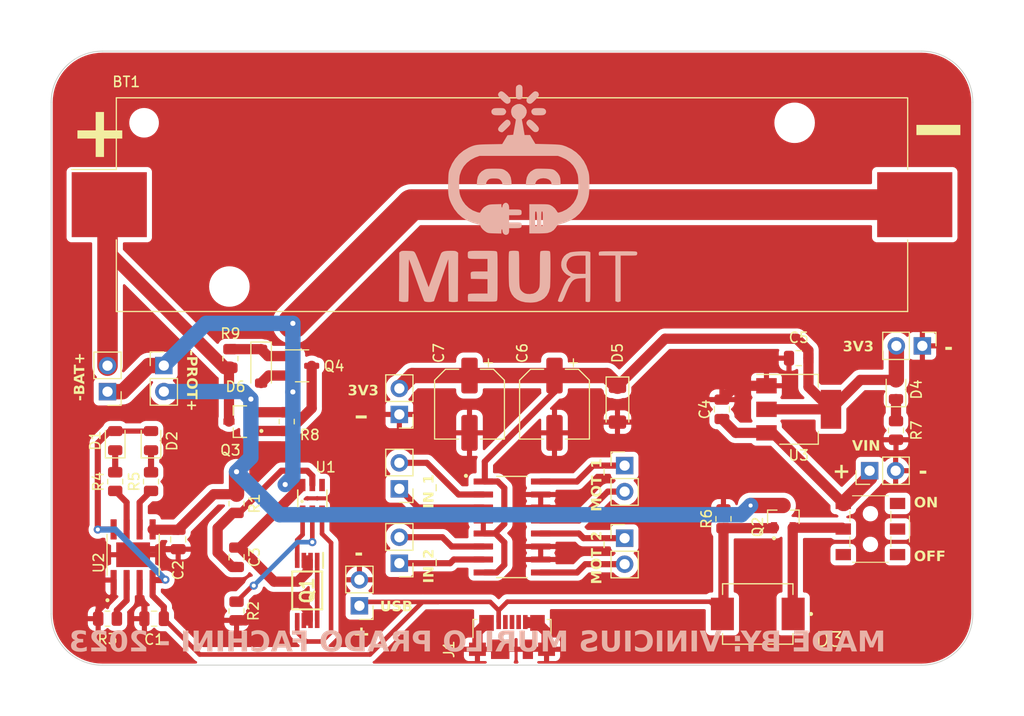
<source format=kicad_pcb>
(kicad_pcb (version 20221018) (generator pcbnew)
  (layers (0 "F.Cu" signal) (31 "B.Cu" signal) (34 "B.Paste" user) (35 "F.Paste" user) (36 "B.SilkS" user "B.Silkscreen") (37 "F.SilkS" user "F.Silkscreen") (38 "B.Mask" user) (39 "F.Mask" user) (44 "Edge.Cuts" user))
  (net 0 "")
  (net 1 "+BATT")
  (net 2 "-BATT")
  (net 3 "VBUS")
  (net 4 "GND")
  (net 5 "Net-(U1-VCC)")
  (net 6 "/Power/Vin")
  (net 7 "+3V3")
  (net 8 "Net-(D1-K)")
  (net 9 "Net-(D2-K)")
  (net 10 "Net-(D4-K)")
  (net 11 "Net-(SW1-B)")
  (net 15 "/Motores/OUT_A1")
  (net 16 "/Motores/OUT_B1")
  (net 17 "/Motores/IN_B1")
  (net 18 "/Motores/IN_A1")
  (net 19 "/Motores/OUT_A2")
  (net 20 "/Motores/OUT_B2")
  (net 21 "/Motores/IN_B2")
  (net 22 "/Motores/IN_A2")
  (net 23 "Net-(Q1-D12_1)")
  (net 24 "Net-(Q1-G1)")
  (net 25 "Net-(Q1-G2)")
  (net 26 "Net-(U1-CS)")
  (net 27 "Net-(U2-PROG)")
  (net 28 "Net-(U2-~{CHRG})")
  (net 29 "Net-(U2-~{STDBY})")
  (net 32 "Net-(BT1-+)")
  (net 33 "Net-(D6-K)")
  (net 34 "Net-(Q4-C)")
  (footprint "LED_SMD:LED_0805_2012Metric" (layer "F.Cu") (at 217.5 93.0625 90)
    (fp_text reference "D4" (at 0 2 90) (layer "F.SilkS"))
    (fp_text value "LED RED")
    (pad "1" smd roundrect (at -0.9375 0 90) (size 0.975 1.4) (layers "F.Cu" "F.Paste" "F.Mask") (net 10 "Net-(D4-K)"))
    (pad "2" smd roundrect (at 0.9375 0 90) (size 0.975 1.4) (layers "F.Cu" "F.Paste" "F.Mask") (net 7 "+3V3"))
  )
  (footprint "Connector_PinHeader_2.54mm:PinHeader_1x02_P2.54mm_Vertical" (layer "F.Cu") (at 169 95.5 180)
    (fp_text reference "J2" hide)
    (fp_text value "Conn_01x02")
    (pad "1" thru_hole rect (at 0 0 180) (size 1.7 1.7) (drill 1) (layers "*.Cu" "*.Mask") (net 4 "GND"))
    (pad "2" thru_hole oval (at 0 2.54 180) (size 1.7 1.7) (drill 1) (layers "*.Cu" "*.Mask") (net 7 "+3V3"))
  )
  (footprint "Footprint_lib_user:DW01A" (layer "F.Cu") (at 160.5 103.7)
    (fp_text reference "U1" (at 1.3 -3.05) (layer "F.SilkS"))
    (fp_text value "DW01A")
    (pad "1" smd rect (at -0.95 1.3) (size 0.55 1.2) (layers "F.Cu" "F.Paste" "F.Mask") (net 24 "Net-(Q1-G1)"))
    (pad "2" smd rect (at 0 1.3) (size 0.55 1.2) (layers "F.Cu" "F.Paste" "F.Mask") (net 26 "Net-(U1-CS)"))
    (pad "3" smd rect (at 0.95 1.3) (size 0.55 1.2) (layers "F.Cu" "F.Paste" "F.Mask") (net 25 "Net-(Q1-G2)"))
    (pad "4" smd rect (at 0.95 -1.3) (size 0.55 1.2) (layers "F.Cu" "F.Paste" "F.Mask"))
    (pad "5" smd rect (at 0 -1.3) (size 0.55 1.2) (layers "F.Cu" "F.Paste" "F.Mask") (net 5 "Net-(U1-VCC)"))
    (pad "6" smd rect (at -0.95 -1.3) (size 0.55 1.2) (layers "F.Cu" "F.Paste" "F.Mask") (net 2 "-BATT"))
  )
  (footprint "Resistor_SMD:R_0805_2012Metric" (layer "F.Cu") (at 153.1 104.21 -90)
    (fp_text reference "R1" (at 0 -1.75 90) (layer "F.SilkS"))
    (fp_text value "100")
    (pad "1" smd roundrect (at -0.9125 0 270) (size 1.025 1.4) (layers "F.Cu" "F.Paste" "F.Mask") (roundrect_rratio 0.243902439) (net 1 "+BATT"))
    (pad "2" smd roundrect (at 0.9125 0 270) (size 1.025 1.4) (layers "F.Cu" "F.Paste" "F.Mask") (roundrect_rratio 0.243902439) (net 5 "Net-(U1-VCC)"))
  )
  (footprint "Resistor_SMD:R_0805_2012Metric" (layer "F.Cu") (at 140.5 115.46)
    (fp_text reference "R3" (at 0 2) (layer "F.SilkS"))
    (fp_text value "1.2K")
    (pad "1" smd roundrect (at -0.9125 0) (size 1.025 1.4) (layers "F.Cu" "F.Paste" "F.Mask") (roundrect_rratio 0.243902439) (net 4 "GND"))
    (pad "2" smd roundrect (at 0.9125 0) (size 1.025 1.4) (layers "F.Cu" "F.Paste" "F.Mask") (roundrect_rratio 0.243902439) (net 27 "Net-(U2-PROG)"))
  )
  (footprint "Capacitor_SMD:C_0805_2012Metric" (layer "F.Cu") (at 147.4 107.72 -90)
    (fp_text reference "C2" (at 3 0 90) (layer "F.SilkS"))
    (fp_text value "10uF")
    (pad "1" smd roundrect (at -0.95 0 270) (size 1 1.45) (layers "F.Cu" "F.Paste" "F.Mask") (net 1 "+BATT"))
    (pad "2" smd roundrect (at 0.95 0 270) (size 1 1.45) (layers "F.Cu" "F.Paste" "F.Mask") (net 4 "GND"))
  )
  (footprint "Connector_PinHeader_2.54mm:PinHeader_1x02_P2.54mm_Vertical" (layer "F.Cu") (at 165.1 114.2 180)
    (fp_text reference "J7" hide)
    (fp_text value "PT_USB")
    (pad "1" thru_hole rect (at 0 0 180) (size 1.7 1.7) (drill 1) (layers "*.Cu" "*.Mask") (net 3 "VBUS"))
    (pad "2" thru_hole oval (at 0 2.54 180) (size 1.7 1.7) (drill 1) (layers "*.Cu" "*.Mask") (net 4 "GND"))
  )
  (footprint "Resistor_SMD:R_0805_2012Metric" (layer "F.Cu") (at 217.5 97.0625 -90)
    (fp_text reference "R7" (at 0 -2 90) (layer "F.SilkS"))
    (fp_text value "1K")
    (pad "1" smd roundrect (at -0.9125 0 270) (size 1.025 1.4) (layers "F.Cu" "F.Paste" "F.Mask") (roundrect_rratio 0.243902439) (net 10 "Net-(D4-K)"))
    (pad "2" smd roundrect (at 0.9125 0 270) (size 1.025 1.4) (layers "F.Cu" "F.Paste" "F.Mask") (roundrect_rratio 0.243902439) (net 4 "GND"))
  )
  (footprint "Diode_SMD:D_SOD-123" (layer "F.Cu") (at 155.5 90.785 -90)
    (fp_text reference "D6" (at 2 2.5 -180) (layer "F.SilkS"))
    (fp_text value "1N4148W")
    (pad "1" smd roundrect (at -1.65 0 270) (size 0.9 1.2) (layers "F.Cu" "F.Paste" "F.Mask") (net 33 "Net-(D6-K)"))
    (pad "2" smd roundrect (at 1.65 0 270) (size 0.9 1.2) (layers "F.Cu" "F.Paste" "F.Mask") (net 2 "-BATT"))
  )
  (footprint "Resistor_SMD:R_0805_2012Metric" (layer "F.Cu") (at 144.75 102.0625 90)
    (fp_text reference "R5" (at 0 -1.65 90) (layer "F.SilkS"))
    (fp_text value "1K")
    (pad "1" smd roundrect (at -0.9125 0 90) (size 1.025 1.4) (layers "F.Cu" "F.Paste" "F.Mask") (roundrect_rratio 0.243902439) (net 29 "Net-(U2-~{STDBY})"))
    (pad "2" smd roundrect (at 0.9125 0 90) (size 1.025 1.4) (layers "F.Cu" "F.Paste" "F.Mask") (roundrect_rratio 0.243902439) (net 9 "Net-(D2-K)"))
  )
  (footprint "Connector_PinHeader_2.54mm:PinHeader_1x02_P2.54mm_Vertical" (layer "F.Cu") (at 191 100.5)
    (fp_text reference "J3" hide)
    (fp_text value "MOT_1")
    (pad "1" thru_hole rect (at 0 0) (size 1.7 1.7) (drill 1) (layers "*.Cu" "*.Mask") (net 15 "/Motores/OUT_A1"))
    (pad "2" thru_hole oval (at 0 2.54) (size 1.7 1.7) (drill 1) (layers "*.Cu" "*.Mask") (net 16 "/Motores/OUT_B1"))
  )
  (footprint "Resistor_SMD:R_0805_2012Metric" (layer "F.Cu") (at 153.1 114.71 -90)
    (fp_text reference "R2" (at 0 -1.65 90) (layer "F.SilkS"))
    (fp_text value "1K")
    (pad "1" smd roundrect (at -0.9125 0 270) (size 1.025 1.4) (layers "F.Cu" "F.Paste" "F.Mask") (roundrect_rratio 0.243902439) (net 26 "Net-(U1-CS)"))
    (pad "2" smd roundrect (at 0.9125 0 270) (size 1.025 1.4) (layers "F.Cu" "F.Paste" "F.Mask") (roundrect_rratio 0.243902439) (net 4 "GND"))
  )
  (footprint "LED_SMD:LED_0805_2012Metric" (layer "F.Cu") (at 144.75 98.0625 90)
    (fp_text reference "D2" (at -0.0375 2.05 90) (layer "F.SilkS"))
    (fp_text value "LED GREEN")
    (pad "1" smd roundrect (at -0.9375 0 90) (size 0.975 1.4) (layers "F.Cu" "F.Paste" "F.Mask") (net 9 "Net-(D2-K)"))
    (pad "2" smd roundrect (at 0.9375 0 90) (size 0.975 1.4) (layers "F.Cu" "F.Paste" "F.Mask") (net 3 "VBUS"))
  )
  (footprint "Diode_SMD:D_MiniMELF" (layer "F.Cu") (at 190.3 94.5 -90)
    (fp_text reference "D5" (at -5 0 90) (layer "F.SilkS"))
    (fp_text value "BZV55B5V1")
    (pad "1" smd roundrect (at -1.75 0 270) (size 1.3 1.7) (layers "F.Cu" "F.Paste" "F.Mask") (roundrect_rratio 0.1923076923) (net 7 "+3V3"))
    (pad "2" smd roundrect (at 1.75 0 270) (size 1.3 1.7) (layers "F.Cu" "F.Paste" "F.Mask") (roundrect_rratio 0.1923076923) (net 4 "GND"))
  )
  (footprint "Capacitor_SMD:C_0805_2012Metric" (layer "F.Cu") (at 153.1 109.46 90)
    (fp_text reference "C3" (at 0 1.75 90) (layer "F.SilkS"))
    (fp_text value "100nF")
    (pad "1" smd roundrect (at -0.95 0 90) (size 1 1.45) (layers "F.Cu" "F.Paste" "F.Mask") (net 5 "Net-(U1-VCC)"))
    (pad "2" smd roundrect (at 0.95 0 90) (size 1 1.45) (layers "F.Cu" "F.Paste" "F.Mask") (net 2 "-BATT"))
  )
  (footprint "Connector_PinHeader_2.54mm:PinHeader_1x02_P2.54mm_Vertical" (layer "F.Cu") (at 169 110.04 180)
    (fp_text reference "J6" hide)
    (fp_text value "H2")
    (pad "1" thru_hole rect (at 0 0 180) (size 1.7 1.7) (drill 1) (layers "*.Cu" "*.Mask") (net 21 "/Motores/IN_B2"))
    (pad "2" thru_hole oval (at 0 2.54 180) (size 1.7 1.7) (drill 1) (layers "*.Cu" "*.Mask") (net 22 "/Motores/IN_A2"))
  )
  (footprint "Connector_PinHeader_2.54mm:PinHeader_1x02_P2.54mm_Vertical" (layer "F.Cu") (at 169 102.77 180)
    (fp_text reference "J4" hide)
    (fp_text value "H1")
    (pad "1" thru_hole rect (at 0 0 180) (size 1.7 1.7) (drill 1) (layers "*.Cu" "*.Mask") (net 17 "/Motores/IN_B1"))
    (pad "2" thru_hole oval (at 0 2.54 180) (size 1.7 1.7) (drill 1) (layers "*.Cu" "*.Mask") (net 18 "/Motores/IN_A1"))
  )
  (footprint "Resistor_SMD:R_0805_2012Metric" (layer "F.Cu") (at 158 96.2 -90)
    (fp_text reference "R8" (at 1.3 -2.25 -180) (layer "F.SilkS"))
    (fp_text value "10K")
    (pad "1" smd roundrect (at -0.9125 0 270) (size 1.025 1.4) (layers "F.Cu" "F.Paste" "F.Mask") (roundrect_rratio 0.243902439) (net 1 "+BATT"))
    (pad "2" smd roundrect (at 0.9125 0 270) (size 1.025 1.4) (layers "F.Cu" "F.Paste" "F.Mask") (roundrect_rratio 0.243902439) (net 34 "Net-(Q4-C)"))
  )
  (footprint "Footprint_lib_user:DMP1045U" (layer "F.Cu") (at 206.5 105.5 90)
    (fp_text reference "Q2" (at -1 -2.5 90) (layer "F.SilkS"))
    (fp_text value "DMP1045U")
    (pad "1" smd roundrect (at -1.07 -0.915 90) (size 1.09 0.61) (layers "F.Cu" "F.Paste" "F.Mask") (roundrect_rratio 0.08) (net 3 "VBUS"))
    (pad "2" smd roundrect (at -1.07 0.915 90) (size 1.09 0.61) (layers "F.Cu" "F.Paste" "F.Mask") (roundrect_rratio 0.08) (net 11 "Net-(SW1-B)"))
    (pad "3" smd roundrect (at 1.07 0 90) (size 1.09 0.61) (layers "F.Cu" "F.Paste" "F.Mask") (roundrect_rratio 0.08) (net 1 "+BATT"))
  )
  (footprint "Connector_USB:USB_Micro-B_Molex_47346-0001" (layer "F.Cu") (at 180 117.25)
    (fp_text reference "J1" (at -6.15 1.2 90) (layer "F.SilkS"))
    (fp_text value "USB_B_Micro")
    (pad "1" smd rect (at -1.3 -1.46) (size 0.45 1.38) (layers "F.Cu" "F.Paste" "F.Mask") (net 3 "VBUS"))
    (pad "2" smd rect (at -0.65 -1.46) (size 0.45 1.38) (layers "F.Cu" "F.Paste" "F.Mask"))
    (pad "3" smd rect (at 0 -1.46) (size 0.45 1.38) (layers "F.Cu" "F.Paste" "F.Mask"))
    (pad "4" smd rect (at 0.65 -1.46) (size 0.45 1.38) (layers "F.Cu" "F.Paste" "F.Mask"))
    (pad "5" smd rect (at 1.3 -1.46) (size 0.45 1.38) (layers "F.Cu" "F.Paste" "F.Mask") (net 4 "GND"))
    (pad "6" smd rect (at -3.375 1.2) (size 1.65 1.3) (layers "F.Cu" "F.Paste" "F.Mask") (net 4 "GND"))
    (pad "6" smd rect (at -2.4875 -1.375) (size 1.425 1.55) (layers "F.Cu" "F.Paste" "F.Mask") (net 4 "GND"))
    (pad "6" smd rect (at -1.15 1.2) (size 1.8 1.9) (layers "F.Cu" "F.Paste" "F.Mask") (net 4 "GND"))
    (pad "6" smd rect (at 1.55 1.2) (size 1 1.9) (layers "F.Cu" "F.Paste" "F.Mask") (net 4 "GND"))
    (pad "6" smd rect (at 2.4875 -1.375) (size 1.425 1.55) (layers "F.Cu" "F.Paste" "F.Mask") (net 4 "GND"))
    (pad "6" smd rect (at 3.375 1.2) (size 1.65 1.3) (layers "F.Cu" "F.Paste" "F.Mask") (net 4 "GND"))
  )
  (footprint "Capacitor_SMD:CP_Elec_6.3x5.9" (layer "F.Cu") (at 175.85 94.5 -90)
    (fp_text reference "C7" (at -5 3 90) (layer "F.SilkS"))
    (fp_text value "C_Pol")
    (pad "1" smd roundrect (at -2.8 0 270) (size 3.5 1.6) (layers "F.Cu" "F.Paste" "F.Mask") (roundrect_rratio 0.15625) (net 7 "+3V3"))
    (pad "2" smd roundrect (at 2.8 0 270) (size 3.5 1.6) (layers "F.Cu" "F.Paste" "F.Mask") (roundrect_rratio 0.15625) (net 4 "GND"))
  )
  (footprint "Footprint_lib_user:MX1508" (layer "F.Cu") (at 180 106.5)
    (fp_text reference "U4" hide)
    (fp_text value "MX1508")
    (pad "1" smd roundrect (at -2.8 -4.445) (size 1.9 0.59) (layers "F.Cu" "F.Paste" "F.Mask") (roundrect_rratio 0.07) (net 7 "+3V3"))
    (pad "2" smd roundrect (at -2.8 -3.175) (size 1.9 0.59) (layers "F.Cu" "F.Paste" "F.Mask") (roundrect_rratio 0.07) (net 18 "/Motores/IN_A1"))
    (pad "3" smd roundrect (at -2.8 -1.905) (size 1.9 0.59) (layers "F.Cu" "F.Paste" "F.Mask") (roundrect_rratio 0.07) (net 17 "/Motores/IN_B1"))
    (pad "4" smd roundrect (at -2.8 -0.635) (size 1.9 0.59) (layers "F.Cu" "F.Paste" "F.Mask") (roundrect_rratio 0.07) (net 7 "+3V3"))
    (pad "5" smd roundrect (at -2.8 0.635) (size 1.9 0.59) (layers "F.Cu" "F.Paste" "F.Mask") (roundrect_rratio 0.07) (net 7 "+3V3"))
    (pad "6" smd roundrect (at -2.8 1.905) (size 1.9 0.59) (layers "F.Cu" "F.Paste" "F.Mask") (roundrect_rratio 0.07) (net 22 "/Motores/IN_A2"))
    (pad "7" smd roundrect (at -2.8 3.175) (size 1.9 0.59) (layers "F.Cu" "F.Paste" "F.Mask") (roundrect_rratio 0.07) (net 21 "/Motores/IN_B2"))
    (pad "8" smd roundrect (at -2.8 4.445) (size 1.9 0.59) (layers "F.Cu" "F.Paste" "F.Mask") (roundrect_rratio 0.07) (net 7 "+3V3"))
    (pad "9" smd roundrect (at 2.8 4.445) (size 1.9 0.59) (layers "F.Cu" "F.Paste" "F.Mask") (roundrect_rratio 0.07) (net 20 "/Motores/OUT_B2"))
    (pad "10" smd roundrect (at 2.8 3.175) (size 1.9 0.59) (layers "F.Cu" "F.Paste" "F.Mask") (roundrect_rratio 0.07) (net 4 "GND"))
    (pad "11" smd roundrect (at 2.8 1.905) (size 1.9 0.59) (layers "F.Cu" "F.Paste" "F.Mask") (roundrect_rratio 0.07) (net 4 "GND"))
    (pad "12" smd roundrect (at 2.8 0.635) (size 1.9 0.59) (layers "F.Cu" "F.Paste" "F.Mask") (roundrect_rratio 0.07) (net 19 "/Motores/OUT_A2"))
    (pad "13" smd roundrect (at 2.8 -0.635) (size 1.9 0.59) (layers "F.Cu" "F.Paste" "F.Mask") (roundrect_rratio 0.07) (net 16 "/Motores/OUT_B1"))
    (pad "14" smd roundrect (at 2.8 -1.905) (size 1.9 0.59) (layers "F.Cu" "F.Paste" "F.Mask") (roundrect_rratio 0.07) (net 4 "GND"))
    (pad "15" smd roundrect (at 2.8 -3.175) (size 1.9 0.59) (layers "F.Cu" "F.Paste" "F.Mask") (roundrect_rratio 0.07) (net 4 "GND"))
    (pad "16" smd roundrect (at 2.8 -4.445) (size 1.9 0.59) (layers "F.Cu" "F.Paste" "F.Mask") (roundrect_rratio 0.07) (net 15 "/Motores/OUT_A1"))
  )
  (footprint "Capacitor_SMD:C_0805_2012Metric" (layer "F.Cu") (at 200.5 95 90)
    (fp_text reference "C4" (at 0 -1.68 90) (layer "F.SilkS"))
    (fp_text value "10uF")
    (pad "1" smd roundrect (at -0.95 0 90) (size 1 1.45) (layers "F.Cu" "F.Paste" "F.Mask") (net 6 "/Power/Vin"))
    (pad "2" smd roundrect (at 0.95 0 90) (size 1 1.45) (layers "F.Cu" "F.Paste" "F.Mask") (net 4 "GND"))
  )
  (footprint "Footprint_lib_user:DMP1045U" (layer "F.Cu") (at 153.43 96.2 180)
    (fp_text reference "Q3" (at 0.93 -2.8) (layer "F.SilkS"))
    (fp_text value "DMP1045U")
    (pad "1" smd roundrect (at -1.07 -0.915 180) (size 1.09 0.61) (layers "F.Cu" "F.Paste" "F.Mask") (roundrect_rratio 0.08) (net 34 "Net-(Q4-C)"))
    (pad "2" smd roundrect (at -1.07 0.915 180) (size 1.09 0.61) (layers "F.Cu" "F.Paste" "F.Mask") (roundrect_rratio 0.08) (net 1 "+BATT"))
    (pad "3" smd roundrect (at 1.07 0 180) (size 1.09 0.61) (layers "F.Cu" "F.Paste" "F.Mask") (roundrect_rratio 0.08) (net 32 "Net-(BT1-+)"))
  )
  (footprint "Resistor_SMD:R_0805_2012Metric" (layer "F.Cu") (at 141.25 102.0625 90)
    (fp_text reference "R4" (at 0 -1.65 90) (layer "F.SilkS"))
    (fp_text value "1K")
    (pad "1" smd roundrect (at -0.9125 0 90) (size 1.025 1.4) (layers "F.Cu" "F.Paste" "F.Mask") (roundrect_rratio 0.243902439) (net 28 "Net-(U2-~{CHRG})"))
    (pad "2" smd roundrect (at 0.9125 0 90) (size 1.025 1.4) (layers "F.Cu" "F.Paste" "F.Mask") (roundrect_rratio 0.243902439) (net 8 "Net-(D1-K)"))
  )
  (footprint "Footprint_lib_user:TP4056" (layer "F.Cu") (at 143 109.21 90)
    (fp_text reference "U2" (at -0.795 -3.362 90) (layer "F.SilkS"))
    (fp_text value "TP4056")
    (pad "1" smd roundrect (at -2.475 -1.905 90) (size 1.97 0.6) (layers "F.Cu" "F.Paste" "F.Mask") (roundrect_rratio 0.07) (net 4 "GND"))
    (pad "2" smd roundrect (at -2.475 -0.635 90) (size 1.97 0.6) (layers "F.Cu" "F.Paste" "F.Mask") (roundrect_rratio 0.07) (net 27 "Net-(U2-PROG)"))
    (pad "3" smd roundrect (at -2.475 0.635 90) (size 1.97 0.6) (layers "F.Cu" "F.Paste" "F.Mask") (roundrect_rratio 0.07) (net 4 "GND"))
    (pad "4" smd roundrect (at -2.475 1.905 90) (size 1.97 0.6) (layers "F.Cu" "F.Paste" "F.Mask") (roundrect_rratio 0.07) (net 3 "VBUS"))
    (pad "5" smd roundrect (at 2.475 1.905 90) (size 1.97 0.6) (layers "F.Cu" "F.Paste" "F.Mask") (roundrect_rratio 0.07) (net 1 "+BATT"))
    (pad "6" smd roundrect (at 2.475 0.635 90) (size 1.97 0.6) (layers "F.Cu" "F.Paste" "F.Mask") (roundrect_rratio 0.07) (net 29 "Net-(U2-~{STDBY})"))
    (pad "7" smd roundrect (at 2.475 -0.635 90) (size 1.97 0.6) (layers "F.Cu" "F.Paste" "F.Mask") (roundrect_rratio 0.07) (net 28 "Net-(U2-~{CHRG})"))
    (pad "8" smd roundrect (at 2.475 -1.905 90) (size 1.97 0.6) (layers "F.Cu" "F.Paste" "F.Mask") (roundrect_rratio 0.07) (net 3 "VBUS"))
    (pad "9" smd rect (at 0 0 90) (size 2.413 3.302) (layers "F.Cu" "F.Mask") (net 4 "GND"))
  )
  (footprint "Resistor_SMD:R_0805_2012Metric" (layer "F.Cu") (at 152.5 90.035 90)
    (fp_text reference "R9" (at 2.435 0 180) (layer "F.SilkS"))
    (fp_text value "10K")
    (pad "1" smd roundrect (at -0.9125 0 90) (size 1.025 1.4) (layers "F.Cu" "F.Paste" "F.Mask") (roundrect_rratio 0.243902439) (net 32 "Net-(BT1-+)"))
    (pad "2" smd roundrect (at 0.9125 0 90) (size 1.025 1.4) (layers "F.Cu" "F.Paste" "F.Mask") (roundrect_rratio 0.243902439) (net 33 "Net-(D6-K)"))
  )
  (footprint "LED_SMD:LED_0805_2012Metric" (layer "F.Cu") (at 141.25 98.0625 90)
    (fp_text reference "D1" (at 0 -1.95 90) (layer "F.SilkS"))
    (fp_text value "LED RED")
    (pad "1" smd roundrect (at -0.9375 0 90) (size 0.975 1.4) (layers "F.Cu" "F.Paste" "F.Mask") (net 8 "Net-(D1-K)"))
    (pad "2" smd roundrect (at 0.9375 0 90) (size 0.975 1.4) (layers "F.Cu" "F.Paste" "F.Mask") (net 3 "VBUS"))
  )
  (footprint "Connector_PinHeader_2.54mm:PinHeader_1x02_P2.54mm_Vertical" (layer "F.Cu") (at 140.5 93.275 180)
    (fp_text reference "J11" hide)
    (fp_text value "PT_BAT")
    (pad "1" thru_hole rect (at 0 0 180) (size 1.7 1.7) (drill 1) (layers "*.Cu" "*.Mask") (net 2 "-BATT"))
    (pad "2" thru_hole oval (at 0 2.54 180) (size 1.7 1.7) (drill 1) (layers "*.Cu" "*.Mask") (net 32 "Net-(BT1-+)"))
  )
  (footprint "Capacitor_SMD:CP_Elec_6.3x5.9" (layer "F.Cu") (at 184.15 94.5 -90)
    (fp_text reference "C6" (at -5 3.15 90) (layer "F.SilkS"))
    (fp_text value "C_Pol")
    (pad "1" smd roundrect (at -2.8 0 270) (size 3.5 1.6) (layers "F.Cu" "F.Paste" "F.Mask") (roundrect_rratio 0.15625) (net 7 "+3V3"))
    (pad "2" smd roundrect (at 2.8 0 270) (size 3.5 1.6) (layers "F.Cu" "F.Paste" "F.Mask") (roundrect_rratio 0.15625) (net 4 "GND"))
  )
  (footprint "Package_TO_SOT_SMD:SOT-23" (layer "F.Cu") (at 159.5 90.75)
    (fp_text reference "Q4" (at 3.1325 0.035) (layer "F.SilkS"))
    (fp_text value "MMBT2222A")
    (pad "1" smd roundrect (at -0.9375 -0.95) (size 1.475 0.6) (layers "F.Cu" "F.Paste" "F.Mask") (net 33 "Net-(D6-K)"))
    (pad "2" smd roundrect (at -0.9375 0.95) (size 1.475 0.6) (layers "F.Cu" "F.Paste" "F.Mask") (net 2 "-BATT"))
    (pad "3" smd roundrect (at 0.9375 0) (size 1.475 0.6) (layers "F.Cu" "F.Paste" "F.Mask") (net 34 "Net-(Q4-C)"))
  )
  (footprint "Capacitor_SMD:C_0805_2012Metric" (layer "F.Cu") (at 208 90 180)
    (fp_text reference "C5" (at 0 2) (layer "F.SilkS"))
    (fp_text value "10uF")
    (pad "1" smd roundrect (at -0.95 0 180) (size 1 1.45) (layers "F.Cu" "F.Paste" "F.Mask") (net 7 "+3V3"))
    (pad "2" smd roundrect (at 0.95 0 180) (size 1 1.45) (layers "F.Cu" "F.Paste" "F.Mask") (net 4 "GND"))
  )
  (footprint "Resistor_SMD:R_0805_2012Metric" (layer "F.Cu") (at 200.65 105.7 90)
    (fp_text reference "R6" (at 0 -1.65 90) (layer "F.SilkS"))
    (fp_text value "10K")
    (pad "1" smd roundrect (at -0.9125 0 90) (size 1.025 1.4) (layers "F.Cu" "F.Paste" "F.Mask") (roundrect_rratio 0.243902439) (net 3 "VBUS"))
    (pad "2" smd roundrect (at 0.9125 0 90) (size 1.025 1.4) (layers "F.Cu" "F.Paste" "F.Mask") (roundrect_rratio 0.243902439) (net 4 "GND"))
  )
  (footprint "Footprint_lib_user:SS34" (layer "F.Cu") (at 204 115 180)
    (fp_text reference "D3" (at -7 -2.5 180) (layer "F.SilkS") (effects (font (size 1.4 1.4))))
    (fp_text value "SS34")
    (pad "A" smd rect (at 3.455 0) (size 2.25 3.18) (layers "F.Cu" "F.Paste" "F.Mask") (net 3 "VBUS"))
    (pad "C" smd rect (at -3.455 0 180) (size 2.25 3.18) (layers "F.Cu" "F.Paste" "F.Mask") (net 11 "Net-(SW1-B)"))
  )
  (footprint "Package_TO_SOT_SMD:SOT-223-3_TabPin2" (layer "F.Cu") (at 208 95)
    (fp_text reference "U3" (at 0 4.5) (layer "F.SilkS"))
    (fp_text value "LM1117MP-3.3")
    (pad "1" smd rect (at -3.15 -2.3) (size 2 1.5) (layers "F.Cu" "F.Paste" "F.Mask") (net 4 "GND"))
    (pad "2" smd rect (at -3.15 0) (size 2 1.5) (layers "F.Cu" "F.Paste" "F.Mask") (net 7 "+3V3"))
    (pad "2" smd rect (at 3.15 0) (size 2 3.8) (layers "F.Cu" "F.Paste" "F.Mask") (net 7 "+3V3"))
    (pad "3" smd rect (at -3.15 2.3) (size 2 1.5) (layers "F.Cu" "F.Paste" "F.Mask") (net 6 "/Power/Vin"))
  )
  (footprint "Battery:BatteryHolder_Keystone_1042_1x18650" (layer "F.Cu") (at 180 75)
    (fp_text reference "BT1" (at -37.67 -12) (layer "F.SilkS"))
    (fp_text value "Battery")
    (fp_text user "+" (at -43.18 -3.81 unlocked) (layer "F.SilkS") (effects (font (size 5 5) (thickness 0.6) bold) (justify left bottom)))
    (fp_text user "-" (at 38.735 -4.445 unlocked) (layer "F.SilkS") (effects (font (size 5 10) (thickness 0.6) bold) (justify left bottom)))
    (pad "" np_thru_hole circle (at -35.93 -8) (size 2.39 2.39) (drill 2.39) (layers "*.Cu" "*.Mask"))
    (pad "" np_thru_hole circle (at -27.6 8) (size 3.45 3.45) (drill 3.45) (layers "*.Cu" "*.Mask"))
    (pad "" np_thru_hole circle (at 27.6 -8) (size 3.45 3.45) (drill 3.45) (layers "*.Cu" "*.Mask"))
    (pad "1" smd rect (at -39.33 0) (size 7.34 6.35) (layers "F.Cu" "F.Paste" "F.Mask") (net 32 "Net-(BT1-+)"))
    (pad "2" smd rect (at 39.33 0) (size 7.34 6.35) (layers "F.Cu" "F.Paste" "F.Mask") (net 2 "-BATT"))
  )
  (footprint "Connector_PinHeader_2.54mm:PinHeader_1x02_P2.54mm_Vertical" (layer "F.Cu") (at 191 107.595)
    (fp_text reference "J5" hide)
    (fp_text value "MOT_2")
    (pad "1" thru_hole rect (at 0 0) (size 1.7 1.7) (drill 1) (layers "*.Cu" "*.Mask") (net 19 "/Motores/OUT_A2"))
    (pad "2" thru_hole oval (at 0 2.54) (size 1.7 1.7) (drill 1) (layers "*.Cu" "*.Mask") (net 20 "/Motores/OUT_B2"))
  )
  (footprint "Connector_PinHeader_2.54mm:PinHeader_1x02_P2.54mm_Vertical" (layer "F.Cu") (at 220.075 88.8 -90)
    (fp_text reference "J10" hide)
    (fp_text value "PT_3V3")
    (pad "1" thru_hole rect (at 0 0 270) (size 1.7 1.7) (drill 1) (layers "*.Cu" "*.Mask") (net 4 "GND"))
    (pad "2" thru_hole oval (at 0 2.54 270) (size 1.7 1.7) (drill 1) (layers "*.Cu" "*.Mask") (net 7 "+3V3"))
  )
  (footprint "Capacitor_SMD:C_0805_2012Metric" (layer "F.Cu") (at 145.05 115.46 180)
    (fp_text reference "C1" (at 0 -2.04) (layer "F.SilkS"))
    (fp_text value "10uF")
    (pad "1" smd roundrect (at -0.95 0 180) (size 1 1.45) (layers "F.Cu" "F.Paste" "F.Mask") (net 3 "VBUS"))
    (pad "2" smd roundrect (at 0.95 0 180) (size 1 1.45) (layers "F.Cu" "F.Paste" "F.Mask") (net 4 "GND"))
  )
  (footprint "Footprint_lib_user:SW_DESLIZANTE" (layer "F.Cu") (at 215 106.7)
    (fp_text reference "SW1" hide)
    (fp_text value "ON/OFF")
    (pad "" np_thru_hole circle (at 0 -1.5) (size 1 1) (drill 1) (layers "F&B.Cu" "*.Mask"))
    (pad "" np_thru_hole circle (at 0 1.5) (size 1 1) (drill 1) (layers "F&B.Cu" "*.Mask"))
    (pad "" smd rect (at 2.65 -2.5) (size 1.5 1.1) (layers "F.Cu" "F.Paste" "F.Mask"))
    (pad "" smd rect (at 2.65 0) (size 1.5 1.1) (layers "F.Cu" "F.Paste" "F.Mask"))
    (pad "" smd rect (at 2.65 2.5) (size 1.5 1.1) (layers "F.Cu" "F.Paste" "F.Mask"))
    (pad "1" smd rect (at -2.65 -2.5) (size 1.5 1.1) (layers "F.Cu" "F.Paste" "F.Mask") (net 6 "/Power/Vin"))
    (pad "2" smd rect (at -2.65 0) (size 1.5 1.1) (layers "F.Cu" "F.Paste" "F.Mask") (net 11 "Net-(SW1-B)"))
    (pad "3" smd rect (at -2.65 2.5) (size 1.5 1.1) (layers "F.Cu" "F.Paste" "F.Mask"))
  )
  (footprint "Connector_PinHeader_2.54mm:PinHeader_1x02_P2.54mm_Vertical" (layer "F.Cu") (at 214.925 101 90)
    (fp_text reference "J8" hide)
    (fp_text value "PT_VIN")
    (pad "1" thru_hole rect (at 0 0 90) (size 1.7 1.7) (drill 1) (layers "*.Cu" "*.Mask") (net 6 "/Power/Vin"))
    (pad "2" thru_hole oval (at 0 2.54 90) (size 1.7 1.7) (drill 1) (layers "*.Cu" "*.Mask") (net 4 "GND"))
  )
  (footprint "Connector_PinHeader_2.54mm:PinHeader_1x02_P2.54mm_Vertical" (layer "F.Cu") (at 146 90.725)
    (fp_text reference "J9" hide)
    (fp_text value "PT_PROT_BAT")
    (pad "1" thru_hole rect (at 0 0) (size 1.7 1.7) (drill 1) (layers "*.Cu" "*.Mask") (net 2 "-BATT"))
    (pad "2" thru_hole oval (at 0 2.54) (size 1.7 1.7) (drill 1) (layers "*.Cu" "*.Mask") (net 1 "+BATT"))
  )
  (footprint "Footprint_lib_user:FS8205A" (layer "F.Cu") (at 160 112.7 -90)
    (fp_text reference "Q1" (at 0 0 90) (layer "F.SilkS") (effects (font (size 1.27 1.27) (thickness 0.254))))
    (fp_text value "FS8205A" hide)
    (pad "1" smd rect (at -2.938 -0.975) (size 0.45 1.475) (layers "F.Cu" "F.Paste" "F.Mask") (net 23 "Net-(Q1-D12_1)"))
    (pad "2" smd rect (at -2.938 -0.325) (size 0.45 1.475) (layers "F.Cu" "F.Paste" "F.Mask") (net 2 "-BATT"))
    (pad "3" smd rect (at -2.938 0.325) (size 0.45 1.475) (layers "F.Cu" "F.Paste" "F.Mask") (net 2 "-BATT"))
    (pad "4" smd rect (at -2.938 0.975) (size 0.45 1.475) (layers "F.Cu" "F.Paste" "F.Mask") (net 24 "Net-(Q1-G1)"))
    (pad "5" smd rect (at 2.938 0.975) (size 0.45 1.475) (layers "F.Cu" "F.Paste" "F.Mask") (net 25 "Net-(Q1-G2)"))
    (pad "6" smd rect (at 2.938 0.325) (size 0.45 1.475) (layers "F.Cu" "F.Paste" "F.Mask") (net 4 "GND"))
    (pad "7" smd rect (at 2.938 -0.325) (size 0.45 1.475) (layers "F.Cu" "F.Paste" "F.Mask") (net 4 "GND"))
    (pad "8" smd rect (at 2.938 -0.975) (size 0.45 1.475) (layers "F.Cu" "F.Paste" "F.Mask") (net 23 "Net-(Q1-D12_1)"))
  )
  (footprint "LOGO" (layer "B.Cu") (at 180 75 180)
    (fp_text reference "G***" hide)
    (fp_text value "LOGO" hide)
  )
  (gr_line (start 225 65) (end 225 115) (stroke (width 0.1)) (layer "Edge.Cuts"))
  (gr_line (start 140 60) (end 220 60) (stroke (width 0.1)) (layer "Edge.Cuts"))
  (gr_line (start 135 115) (end 135 65) (stroke (width 0.1)) (layer "Edge.Cuts"))
  (gr_arc (start 135 65) (mid 136.464466 61.464466) (end 140 60) (stroke (width 0.1)) (layer "Edge.Cuts"))
  (gr_arc (start 140 120) (mid 136.464466 118.535534) (end 135 115) (stroke (width 0.1)) (layer "Edge.Cuts"))
  (gr_line (start 220 120) (end 140 120) (stroke (width 0.1)) (layer "Edge.Cuts"))
  (gr_arc (start 225 115) (mid 223.535534 118.535534) (end 220 120) (stroke (width 0.1)) (layer "Edge.Cuts"))
  (gr_arc (start 220 60) (mid 223.535534 61.464466) (end 225 65) (stroke (width 0.1)) (layer "Edge.Cuts"))
  (gr_text "MADE BY: VINICIUS MURILO PRADO FACHINI - 2023" (at 216.5 119) (layer "B.SilkS") (effects (font (size 2 2) (thickness 0.2) bold) (justify left bottom mirror)))
  (gr_text "-" (at 219.7 102) (layer "F.SilkS") (effects (font (size 1.5 1.5) (thickness 0.125) bold) (justify left bottom)))
  (gr_text "MOT_2" (at 188.9 112.1 90) (layer "F.SilkS") (effects (font (size 1 1) (thickness 0.125) bold) (justify left bottom)))
  (gr_text "IN_1" (at 172.5 104.7 90) (layer "F.SilkS") (effects (font (size 1 1) (thickness 0.125) bold) (justify left bottom)))
  (gr_text "MOT_1" (at 188.9 105 90) (layer "F.SilkS") (effects (font (size 1 1) (thickness 0.125) bold) (justify left bottom)))
  (gr_text "OFF" (at 219.25 110) (layer "F.SilkS") (effects (font (size 1 1) (thickness 0.125) bold) (justify left bottom)))
  (gr_text "+" (at 211.3 102) (layer "F.SilkS") (effects (font (size 1.5 1.5) (thickness 0.125) bold) (justify left bottom)))
  (gr_text "USB" (at 167.1 114.9) (layer "F.SilkS") (effects (font (size 1 1) (thickness 0.125) bold) (justify left bottom)))
  (gr_text "-" (at 164.55 96.6) (layer "F.SilkS") (effects (font (size 1.5 2.5) (thickness 0.125) bold) (justify left bottom)))
  (gr_text "3V3" (at 163.95 93.8) (layer "F.SilkS") (effects (font (size 1 1) (thickness 0.125) bold) (justify left bottom)))
  (gr_text "-" (at 222.2 89.9) (layer "F.SilkS") (effects (font (size 1.5 1.5) (thickness 0.125) bold) (justify left bottom)))
  (gr_text "VIN" (at 213.2 99.2) (layer "F.SilkS") (effects (font (size 1 1) (thickness 0.125) bold) (justify left bottom)))
  (gr_text "+" (at 164.419016 117.9) (layer "F.SilkS") (effects (font (size 1.5 1.5) (thickness 0.125) bold) (justify left bottom)))
  (gr_text "-" (at 164.6 110) (layer "F.SilkS") (effects (font (size 1.5 1.5) (thickness 0.125) bold) (justify left bottom)))
  (gr_text "3V3" (at 212.3 89.5) (layer "F.SilkS") (effects (font (size 1 1) (thickness 0.125) bold) (justify left bottom)))
  (gr_text "ON" (at 219.25 104.75) (layer "F.SilkS") (effects (font (size 1 1) (thickness 0.125) bold) (justify left bottom)))
  (gr_text "-BAT+" (at 138.4 94.2 90) (layer "F.SilkS") (effects (font (size 1 1) (thickness 0.125) bold) (justify left bottom)))
  (gr_text "IN_2" (at 172.5 112 90) (layer "F.SilkS") (effects (font (size 1 1) (thickness 0.125) bold) (justify left bottom)))
  (gr_text "-PROT+" (at 148.1 89.2 270) (layer "F.SilkS") (effects (font (size 1 1) (thickness 0.125) bold) (justify left bottom)))
  (segment (start 154.5 95.285) (end 157.9975 95.285) (width 1) (layer "F.Cu") (net 1))
  (segment (start 150.8725 103.2975) (end 147.4 106.77) (width 1) (layer "F.Cu") (net 1))
  (segment (start 144.94 106.77) (end 144.905 106.735) (width 1) (layer "F.Cu") (net 1))
  (segment (start 154.5 95.285) (end 154.5 94) (width 1) (layer "F.Cu") (net 1))
  (segment (start 157.9975 95.285) (end 158 95.2875) (width 0.6) (layer "F.Cu") (net 1))
  (segment (start 147.4 106.77) (end 144.94 106.77) (width 1) (layer "F.Cu") (net 1))
  (segment (start 206.47 104.4) (end 206.5 104.43) (width 0.6) (layer "F.Cu") (net 1))
  (segment (start 153.1 101.1) (end 153.1 103.2975) (width 1.5) (layer "F.Cu") (net 1))
  (segment (start 153.1 103.2975) (end 150.8725 103.2975) (width 1) (layer "F.Cu") (net 1))
  (segment (start 203.3 104.4) (end 206.47 104.4) (width 1.5) (layer "F.Cu") (net 1))
  (via (at 154.5 94) (size 1) (drill 0.5) (layers "F.Cu" "B.Cu") (net 1))
  (via (at 203.3 104.4) (size 0.8) (drill 0.4) (layers "F.Cu" "B.Cu") (net 1))
  (via (at 153.1 101.1) (size 1) (drill 0.5) (layers "F.Cu" "B.Cu") (net 1))
  (segment (start 154.5 94) (end 154.5 99.7) (width 1.5) (layer "B.Cu") (net 1))
  (segment (start 146 93.265) (end 153.765 93.265) (width 1.5) (layer "B.Cu") (net 1))
  (segment (start 157.3 105.3) (end 202.4 105.3) (width 1.5) (layer "B.Cu") (net 1))
  (segment (start 202.4 105.3) (end 203.3 104.4) (width 1.5) (layer "B.Cu") (net 1))
  (segment (start 154.5 99.7) (end 153.1 101.1) (width 1.5) (layer "B.Cu") (net 1))
  (segment (start 153.1 101.1) (end 157.3 105.3) (width 1.5) (layer "B.Cu") (net 1))
  (segment (start 153.765 93.265) (end 154.5 94) (width 1.5) (layer "B.Cu") (net 1))
  (segment (start 219.33 75) (end 170.2 75) (width 3) (layer "F.Cu") (net 2))
  (segment (start 157.85 102.35) (end 159.3 102.35) (width 1) (layer "F.Cu") (net 2))
  (segment (start 159.675 109.762) (end 160.325 109.762) (width 0.45) (layer "F.Cu") (net 2))
  (segment (start 158.5625 91.7) (end 156.235 91.7) (width 1) (layer "F.Cu") (net 2))
  (segment (start 156.235 91.7) (end 155.5 92.435) (width 1) (layer "F.Cu") (net 2))
  (segment (start 141.975 93.275) (end 144.525 90.725) (width 1.5) (layer "F.Cu") (net 2))
  (segment (start 144.525 90.725) (end 146 90.725) (width 1.5) (layer "F.Cu") (net 2))
  (segment (start 159.3 102.65) (end 153.44 108.51) (width 1) (layer "F.Cu") (net 2))
  (segment (start 170.2 75) (end 158.6 86.6) (width 3) (layer "F.Cu") (net 2))
  (segment (start 156.77 111.84) (end 159.08 111.84) (width 1) (layer "F.Cu") (net 2))
  (segment (start 153.44 108.51) (end 153.1 108.51) (width 0.6) (layer "F.Cu") (net 2))
  (segment (start 159.08 111.84) (end 160.05 110.87) (width 1) (layer "F.Cu") (net 2))
  (segment (start 159.3 102.35) (end 159.3 102.65) (width 1) (layer "F.Cu") (net 2))
  (segment (start 158.5625 93.2625) (end 158.6 93.3) (width 1) (layer "F.Cu") (net 2))
  (segment (start 140.5 93.275) (end 141.975 93.275) (width 1.5) (layer "F.Cu") (net 2))
  (segment (start 153.44 108.51) (end 156.77 111.84) (width 1) (layer "F.Cu") (net 2))
  (segment (start 160.05 110.87) (end 160.05 109.762) (width 1) (layer "F.Cu") (net 2))
  (segment (start 158.5625 91.7) (end 158.5625 93.2625) (width 1) (layer "F.Cu") (net 2))
  (via (at 157.85 102.35) (size 1) (drill 0.5) (layers "F.Cu" "B.Cu") (net 2))
  (via (at 158.6 93.3) (size 1) (drill 0.5) (layers "F.Cu" "B.Cu") (net 2))
  (via (at 158.6 86.6) (size 1) (drill 0.5) (layers "F.Cu" "B.Cu") (net 2))
  (segment (start 158.6 93.3) (end 158.6 86.6) (width 1.5) (layer "B.Cu") (net 2))
  (segment (start 158.6 101.6) (end 158.6 93.3) (width 1.5) (layer "B.Cu") (net 2))
  (segment (start 158.6 86.6) (end 150.125 86.6) (width 1.5) (layer "B.Cu") (net 2))
  (segment (start 157.85 102.35) (end 158.6 101.6) (width 1.5) (layer "B.Cu") (net 2))
  (segment (start 150.125 86.6) (end 146 90.725) (width 1.5) (layer "B.Cu") (net 2))
  (segment (start 178.7 115.79) (end 178.7 114.65) (width 0.45) (layer "F.Cu") (net 3))
  (segment (start 177.87 113.82) (end 172.8 113.82) (width 0.45) (layer "F.Cu") (net 3))
  (segment (start 146 114.31) (end 146 115.46) (width 0.6) (layer "F.Cu") (net 3))
  (segment (start 141.08 106.75) (end 141.095 106.735) (width 0.6) (layer "F.Cu") (net 3))
  (segment (start 172.8 113.82) (end 165.48 113.82) (width 0.45) (layer "F.Cu") (net 3))
  (segment (start 179.55 113.8) (end 199.345 113.8) (width 0.45) (layer "F.Cu") (net 3))
  (segment (start 139.55 98.3) (end 140.725 97.125) (width 0.6) (layer "F.Cu") (net 3))
  (segment (start 141.25 97.125) (end 144.75 97.125) (width 0.5) (layer "F.Cu") (net 3))
  (segment (start 144.905 111.685) (end 144.905 113.215) (width 0.6) (layer "F.Cu") (net 3))
  (segment (start 146.115 111.685) (end 146.15 111.65) (width 0.6) (layer "F.Cu") (net 3))
  (segment (start 139.55 106.75) (end 141.08 106.75) (width 0.6) (layer "F.Cu") (net 3))
  (segment (start 200.65 114.895) (end 200.545 115) (width 1) (layer "F.Cu") (net 3))
  (segment (start 200.65 106.6125) (end 200.65 114.895) (width 1) (layer "F.Cu") (net 3))
  (segment (start 144.905 111.685) (end 146.115 111.685) (width 0.6) (layer "F.Cu") (net 3))
  (segment (start 140.725 97.125) (end 141.25 97.125) (width 0.6) (layer "F.Cu") (net 3))
  (segment (start 200.545 114.535) (end 200.545 115) (width 0.45) (layer "F.Cu") (net 3))
  (segment (start 166.13 118.96) (end 171.27 113.82) (width 0.45) (layer "F.Cu") (net 3))
  (segment (start 146 115.46) (end 149.5 118.96) (width 0.45) (layer "F.Cu") (net 3))
  (segment (start 178.7 114.65) (end 177.87 113.82) (width 0.45) (layer "F.Cu") (net 3))
  (segment (start 178.7 114.65) (end 179.55 113.8) (width 0.45) (layer "F.Cu") (net 3))
  (segment (start 199.86 113.85) (end 200.545 114.535) (width 0.45) (layer "F.Cu") (net 3))
  (segment (start 200.65 106.6125) (end 205.5425 106.6125) (width 1) (layer "F.Cu") (net 3))
  (segment (start 172.8 113.82) (end 171.27 113.82) (width 0.45) (layer "F.Cu") (net 3))
  (segment (start 165.48 113.82) (end 165.1 114.2) (width 0.45) (layer "F.Cu") (net 3))
  (segment (start 205.5425 106.6125) (end 205.585 106.57) (width 1) (layer "F.Cu") (net 3))
  (segment (start 144.905 113.215) (end 146 114.31) (width 0.6) (layer "F.Cu") (net 3))
  (segment (start 199.345 113.8) (end 200.545 115) (width 0.45) (layer "F.Cu") (net 3))
  (segment (start 139.55 106.75) (end 139.55 98.3) (width 0.6) (layer "F.Cu") (net 3))
  (segment (start 149.5 118.96) (end 166.13 118.96) (width 0.45) (layer "F.Cu") (net 3))
  (via (at 139.55 106.75) (size 0.8) (drill 0.4) (layers "F.Cu" "B.Cu") (net 3))
  (via (at 146.15 111.65) (size 0.8) (drill 0.4) (layers "F.Cu" "B.Cu") (net 3))
  (segment (start 146.15 111.65) (end 141.25 106.75) (width 0.6) (layer "B.Cu") (net 3))
  (segment (start 141.25 106.75) (end 139.55 106.75) (width 0.6) (layer "B.Cu") (net 3))
  (segment (start 181.575 115.875) (end 181.575 115.79) (width 1) (layer "F.Cu") (net 4))
  (segment (start 159.35 113.9) (end 160.05 114.6) (width 1) (layer "F.Cu") (net 4))
  (segment (start 183.375 118.45) (end 183.375 116.7625) (width 1) (layer "F.Cu") (net 4))
  (segment (start 143.54 108.67) (end 143 109.21) (width 0.6) (layer "F.Cu") (net 4))
  (segment (start 176.625 118.45) (end 176.625 116.7625) (width 1) (layer "F.Cu") (net 4))
  (segment (start 200.5 94.05) (end 201.85 92.7) (width 1) (layer "F.Cu") (net 4))
  (segment (start 147.4 108.67) (end 143.54 108.67) (width 0.6) (layer "F.Cu") (net 4))
  (segment (start 182.4875 115.875) (end 181.575 115.875) (width 1) (layer "F.Cu") (net 4))
  (segment (start 144.1 114.14) (end 144.1 115.46) (width 0.6) (layer "F.Cu") (net 4))
  (segment (start 155.7 113.9) (end 159.35 113.9) (width 1) (layer "F.Cu") (net 4))
  (segment (start 160.05 114.6) (end 160.05 115.638) (width 1) (layer "F.Cu") (net 4))
  (segment (start 139.5875 114.6725) (end 141.095 113.165) (width 0.6) (layer "F.Cu") (net 4))
  (segment (start 201.85 92.7) (end 204.85 92.7) (width 1) (layer "F.Cu") (net 4))
  (segment (start 141.095 113.165) (end 141.095 111.685) (width 0.6) (layer "F.Cu") (net 4))
  (segment (start 153.9775 115.6225) (end 155.7 113.9) (width 1) (layer "F.Cu") (net 4))
  (segment (start 153.1 115.6225) (end 153.9775 115.6225) (width 1) (layer "F.Cu") (net 4))
  (segment (start 139.5875 115.46) (end 139.5875 114.6725) (width 0.6) (layer "F.Cu") (net 4))
  (segment (start 143.635 113.675) (end 144.1 114.14) (width 0.6) (layer "F.Cu") (net 4))
  (segment (start 176.625 116.7625) (end 177.5125 115.875) (width 1) (layer "F.Cu") (net 4))
  (segment (start 183.375 116.7625) (end 182.4875 115.875) (width 1) (layer "F.Cu") (net 4))
  (segment (start 143.635 111.685) (end 143.635 113.675) (width 0.6) (layer "F.Cu") (net 4))
  (segment (start 152.73875 105.1225) (end 153.1 105.1225) (width 1) (layer "F.Cu") (net 5))
  (segment (start 151.25 106.61125) (end 152.73875 105.1225) (width 1) (layer "F.Cu") (net 5))
  (segment (start 160.5 101.5) (end 160 101) (width 0.6) (layer "F.Cu") (net 5))
  (segment (start 160.5 102.4) (end 160.5 101.5) (width 0.6) (layer "F.Cu") (net 5))
  (segment (start 151.25 109) (end 151.25 106.61125) (width 1) (layer "F.Cu") (net 5))
  (segment (start 153.1 110.41) (end 152.66 110.41) (width 1) (layer "F.Cu") (net 5))
  (segment (start 160 101) (end 157.48625 101) (width 0.6) (layer "F.Cu") (net 5))
  (segment (start 153.36375 105.1225) (end 153.1 105.1225) (width 0.6) (layer "F.Cu") (net 5))
  (segment (start 152.66 110.41) (end 151.25 109) (width 1) (layer "F.Cu") (net 5))
  (segment (start 157.48625 101) (end 153.36375 105.1225) (width 0.6) (layer "F.Cu") (net 5))
  (segment (start 212.35 104.2) (end 205.45 97.3) (width 1) (layer "F.Cu") (net 6))
  (segment (start 214.925 101.675) (end 212.4 104.2) (width 1.5) (layer "F.Cu") (net 6))
  (segment (start 201.85 97.3) (end 204.85 97.3) (width 1) (layer "F.Cu") (net 6))
  (segment (start 214.925 101) (end 214.925 101.675) (width 1.5) (layer "F.Cu") (net 6))
  (segment (start 212.4 104.2) (end 212.35 104.2) (width 1.5) (layer "F.Cu") (net 6))
  (segment (start 200.5 95.95) (end 201.85 97.3) (width 1) (layer "F.Cu") (net 6))
  (segment (start 205.45 97.3) (end 204.85 97.3) (width 1) (layer "F.Cu") (net 6))
  (segment (start 184.15 91.7) (end 189.25 91.7) (width 1.5) (layer "F.Cu") (net 7))
  (segment (start 178.315 107.135) (end 177.345 107.135) (width 0.6) (layer "F.Cu") (net 7))
  (segment (start 208.95 90) (end 208.95 92.8) (width 1) (layer "F.Cu") (net 7))
  (segment (start 194.95 88.1) (end 190.3 92.75) (width 1) (layer "F.Cu") (net 7))
  (segment (start 177.345 107.135) (end 178.385 107.135) (width 0.6) (layer "F.Cu") (net 7))
  (segment (start 208.95 89.25) (end 207.8 88.1) (width 1) (layer "F.Cu") (net 7))
  (segment (start 179.25 110.2) (end 178.505 110.945) (width 0.6) (layer "F.Cu") (net 7))
  (segment (start 217.535 88.8) (end 217.535 92.09) (width 1.5) (layer "F.Cu") (net 7))
  (segment (start 177.345 102.055) (end 178.605 102.055) (width 0.6) (layer "F.Cu") (net 7))
  (segment (start 170.26 91.7) (end 169 92.96) (width 1.5) (layer "F.Cu") (net 7))
  (segment (start 178.385 107.135) (end 179.25 108) (width 0.6) (layer "F.Cu") (net 7))
  (segment (start 217.5 92.125) (end 214.025 92.125) (width 1) (layer "F.Cu") (net 7))
  (segment (start 179.25 106.2) (end 178.315 107.135) (width 0.6) (layer "F.Cu") (net 7))
  (segment (start 175.85 91.7) (end 170.26 91.7) (width 1.5) (layer "F.Cu") (net 7))
  (segment (start 208.95 92.8) (end 211.15 95) (width 1) (layer "F.Cu") (net 7))
  (segment (start 189.25 91.7) (end 190.3 92.75) (width 1.5) (layer "F.Cu") (net 7))
  (segment (start 177.2 105.865) (end 177.2 107.135) (width 0.5) (layer "F.Cu") (net 7))
  (segment (start 178.605 102.055) (end 179.25 102.7) (width 0.6) (layer "F.Cu") (net 7))
  (segment (start 177.345 100.105) (end 177.345 102.055) (width 0.6) (layer "F.Cu") (net 7))
  (segment (start 214.025 92.125) (end 211.15 95) (width 1) (layer "F.Cu") (net 7))
  (segment (start 175.85 91.7) (end 184.15 91.7) (width 1.5) (layer "F.Cu") (net 7))
  (segment (start 179.25 108) (end 179.25 110.2) (width 0.6) (layer "F.Cu") (net 7))
  (segment (start 217.535 92.09) (end 217.5 92.125) (width 1.5) (layer "F.Cu") (net 7))
  (segment (start 184.15 91.7) (end 184.15 93.3) (width 0.6) (layer "F.Cu") (net 7))
  (segment (start 211.15 95) (end 204.85 95) (width 1) (layer "F.Cu") (net 7))
  (segment (start 179.25 102.7) (end 179.25 106.2) (width 0.6) (layer "F.Cu") (net 7))
  (segment (start 208.95 90) (end 208.95 89.25) (width 1) (layer "F.Cu") (net 7))
  (segment (start 207.8 88.1) (end 194.95 88.1) (width 1) (layer "F.Cu") (net 7))
  (segment (start 184.15 93.3) (end 177.345 100.105) (width 0.6) (layer "F.Cu") (net 7))
  (segment (start 178.505 110.945) (end 177.345 110.945) (width 0.6) (layer "F.Cu") (net 7))
  (segment (start 141.25 99) (end 141.25 101.15) (width 0.6) (layer "F.Cu") (net 8))
  (segment (start 144.75 99) (end 144.75 101.15) (width 0.6) (layer "F.Cu") (net 9))
  (segment (start 217.5 94) (end 217.5 96.15) (width 1) (layer "F.Cu") (net 10))
  (segment (start 212.22 106.57) (end 212.35 106.7) (width 1) (layer "F.Cu") (net 11))
  (segment (start 207.415 114.96) (end 207.455 115) (width 1) (layer "F.Cu") (net 11))
  (segment (start 207.415 106.57) (end 212.22 106.57) (width 1) (layer "F.Cu") (net 11))
  (segment (start 207.415 106.57) (end 207.415 114.96) (width 1) (layer "F.Cu") (net 11))
  (segment (start 187.9 100.5) (end 191 100.5) (width 0.6) (layer "F.Cu") (net 15))
  (segment (start 182.8 102.055) (end 186.345 102.055) (width 0.6) (layer "F.Cu") (net 15))
  (segment (start 186.345 102.055) (end 187.9 100.5) (width 0.6) (layer "F.Cu") (net 15))
  (segment (start 182.8 105.865) (end 186.535 105.865) (width 0.6) (layer "F.Cu") (net 16))
  (segment (start 186.535 105.865) (end 189.36 103.04) (width 0.6) (layer "F.Cu") (net 16))
  (segment (start 189.36 103.04) (end 191 103.04) (width 0.6) (layer "F.Cu") (net 16))
  (segment (start 170.825 104.595) (end 169 102.77) (width 0.6) (layer "F.Cu") (net 17))
  (segment (start 177.2 104.595) (end 170.825 104.595) (width 0.6) (layer "F.Cu") (net 17))
  (segment (start 177.2 103.325) (end 174.775 103.325) (width 0.6) (layer "F.Cu") (net 18))
  (segment (start 171.68 100.23) (end 169 100.23) (width 0.6) (layer "F.Cu") (net 18))
  (segment (start 174.775 103.325) (end 171.68 100.23) (width 0.6) (layer "F.Cu") (net 18))
  (segment (start 191 107.595) (end 186.995 107.595) (width 0.6) (layer "F.Cu") (net 19))
  (segment (start 186.995 107.595) (end 186.535 107.135) (width 0.6) (layer "F.Cu") (net 19))
  (segment (start 186.535 107.135) (end 182.8 107.135) (width 0.6) (layer "F.Cu") (net 19))
  (segment (start 186.355 110.945) (end 187.165 110.135) (width 0.6) (layer "F.Cu") (net 20))
  (segment (start 182.8 110.945) (end 186.355 110.945) (width 0.6) (layer "F.Cu") (net 20))
  (segment (start 187.165 110.135) (end 191 110.135) (width 0.6) (layer "F.Cu") (net 20))
  (segment (start 173.96 110.04) (end 174.325 109.675) (width 0.6) (layer "F.Cu") (net 21))
  (segment (start 174.325 109.675) (end 177.2 109.675) (width 0.6) (layer "F.Cu") (net 21))
  (segment (start 169 110.04) (end 173.96 110.04) (width 0.6) (layer "F.Cu") (net 21))
  (segment (start 174.105 108.405) (end 173.2 107.5) (width 0.6) (layer "F.Cu") (net 22))
  (segment (start 177.2 108.405) (end 174.105 108.405) (width 0.6) (layer "F.Cu") (net 22))
  (segment (start 173.2 107.5) (end 169 107.5) (width 0.6) (layer "F.Cu") (net 22))
  (segment (start 160.975 115.638) (end 160.975 109.762) (width 0.45) (layer "F.Cu") (net 23))
  (segment (start 159.55 105) (end 159.55 107.25) (width 0.45) (layer "F.Cu") (net 24))
  (segment (start 159.025 107.775) (end 159.025 109.762) (width 0.45) (layer "F.Cu") (net 24))
  (segment (start 159.55 107.25) (end 159.025 107.775) (width 0.45) (layer "F.Cu") (net 24))
  (segment (start 159.025 115.638) (end 159.025 116.795) (width 0.45) (layer "F.Cu") (net 25))
  (segment (start 161.42 117.69) (end 162.33 116.78) (width 0.45) (layer "F.Cu") (net 25))
  (segment (start 159.025 116.795) (end 159.92 117.69) (width 0.45) (layer "F.Cu") (net 25))
  (segment (start 159.92 117.69) (end 161.42 117.69) (width 0.45) (layer "F.Cu") (net 25))
  (segment (start 161.45 107.17) (end 161.45 105) (width 0.45) (layer "F.Cu") (net 25))
  (segment (start 162.33 116.78) (end 162.33 108.05) (width 0.45) (layer "F.Cu") (net 25))
  (segment (start 162.33 108.05) (end 161.45 107.17) (width 0.45) (layer "F.Cu") (net 25))
  (segment (start 154.78 112.23) (end 154.6675 112.23) (width 0.45) (layer "F.Cu") (net 26))
  (segment (start 160.5 105) (end 160.5 107.98) (width 0.45) (layer "F.Cu") (net 26))
  (segment (start 154.6675 112.23) (end 153.1 113.7975) (width 0.45) (layer "F.Cu") (net 26))
  (via (at 154.78 112.23) (size 0.8) (drill 0.4) (layers "F.Cu" "B.Cu") (net 26))
  (via (at 160.5 107.98) (size 0.8) (drill 0.4) (layers "F.Cu" "B.Cu") (net 26))
  (segment (start 159.03 107.98) (end 154.78 112.23) (width 0.45) (layer "B.Cu") (net 26))
  (segment (start 160.5 107.98) (end 159.03 107.98) (width 0.45) (layer "B.Cu") (net 26))
  (segment (start 142.365 111.685) (end 142.365 113.675) (width 0.6) (layer "F.Cu") (net 27))
  (segment (start 142.365 113.675) (end 141.4125 114.6275) (width 0.6) (layer "F.Cu") (net 27))
  (segment (start 141.4125 114.6275) (end 141.4125 115.46) (width 0.6) (layer "F.Cu") (net 27))
  (segment (start 141.25 102.975) (end 142.365 104.09) (width 0.6) (layer "F.Cu") (net 28))
  (segment (start 142.365 104.09) (end 142.365 106.735) (width 0.6) (layer "F.Cu") (net 28))
  (segment (start 143.635 104.09) (end 143.635 106.735) (width 0.6) (layer "F.Cu") (net 29))
  (segment (start 144.75 102.975) (end 143.635 104.09) (width 0.6) (layer "F.Cu") (net 29))
  (segment (start 140.67 79.67) (end 151.9475 90.9475) (width 1.25) (layer "F.Cu") (net 32))
  (segment (start 140.5 75.17) (end 140.67 75) (width 2) (layer "F.Cu") (net 32))
  (segment (start 152.36 96.2) (end 152.36 91.0875) (width 1) (layer "F.Cu") (net 32))
  (segment (start 152.36 91.0875) (end 152.5 90.9475) (width 1) (layer "F.Cu") (net 32))
  (segment (start 140.67 75) (end 140.67 79.67) (width 1.25) (layer "F.Cu") (net 32))
  (segment (start 151.9475 90.9475) (end 152.5 90.9475) (width 1.25) (layer "F.Cu") (net 32))
  (segment (start 140.5 90.735) (end 140.5 75.17) (width 2) (layer "F.Cu") (net 32))
  (segment (start 152.5 89.1225) (end 155.4875 89.1225) (width 1) (layer "F.Cu") (net 33))
  (segment (start 156.165 89.8) (end 155.5 89.135) (width 1) (layer "F.Cu") (net 33))
  (segment (start 155.4875 89.1225) (end 155.5 89.135) (width 1) (layer "F.Cu") (net 33))
  (segment (start 158.5625 89.8) (end 156.165 89.8) (width 1) (layer "F.Cu") (net 33))
  (segment (start 157.9975 97.115) (end 158 97.1125) (width 0.6) (layer "F.Cu") (net 34))
  (segment (start 154.5 97.115) (end 157.9975 97.115) (width 1) (layer "F.Cu") (net 34))
  (segment (start 160.4375 94.906003) (end 158.231003 97.1125) (width 1) (layer "F.Cu") (net 34))
  (segment (start 160.4375 90.75) (end 160.4375 94.906003) (width 1) (layer "F.Cu") (net 34))
  (segment (start 158.231003 97.1125) (end 158 97.1125) (width 1) (layer "F.Cu") (net 34))
  (zone (net 0) (net_name "") (layer "F.Cu") (connect_pads (clearance 0)) (min_thickness 0.25)
    (keepout (tracks allowed) (vias allowed) (pads allowed) (copperpour not_allowed) (footprints allowed))
    (fill (thermal_gap 0.5) (thermal_bridge_width 0.5))
    (polygon (pts (xy 176.3 114.25) (xy 183.7 114.25) (xy 183.7 117.35) (xy 176.3 117.35)))
  )
  (zone (net 0) (net_name "") (layer "F.Cu") (connect_pads (clearance 0)) (min_thickness 0.25)
    (keepout (tracks allowed) (vias allowed) (pads allowed) (copperpour not_allowed) (footprints allowed))
    (fill (thermal_gap 0.5) (thermal_bridge_width 0.5))
    (polygon (pts (xy 201.1 104.4) (xy 202.8 104.4) (xy 202.8 105.9) (xy 201.1 105.9)))
  )
  (zone (net 0) (net_name "") (layer "F.Cu") (connect_pads (clearance 0)) (min_thickness 0.25)
    (keepout (tracks allowed) (vias allowed) (pads allowed) (copperpour not_allowed) (footprints allowed))
    (fill (thermal_gap 0.5) (thermal_bridge_width 0.5))
    (polygon (pts (xy 159.15 114.4) (xy 160.65 114.4) (xy 160.65 116.85) (xy 159.15 116.85)))
  )
  (zone (net 4) (net_name "GND") (layer "F.Cu") (connect_pads (clearance 0.5)) (min_thickness 0.25) (fill yes (thermal_gap 0.5) (thermal_bridge_width 0.5))
    (polygon (pts (xy 130 125) (xy 130 55) (xy 230 55) (xy 230 125)))
  )
)
</source>
